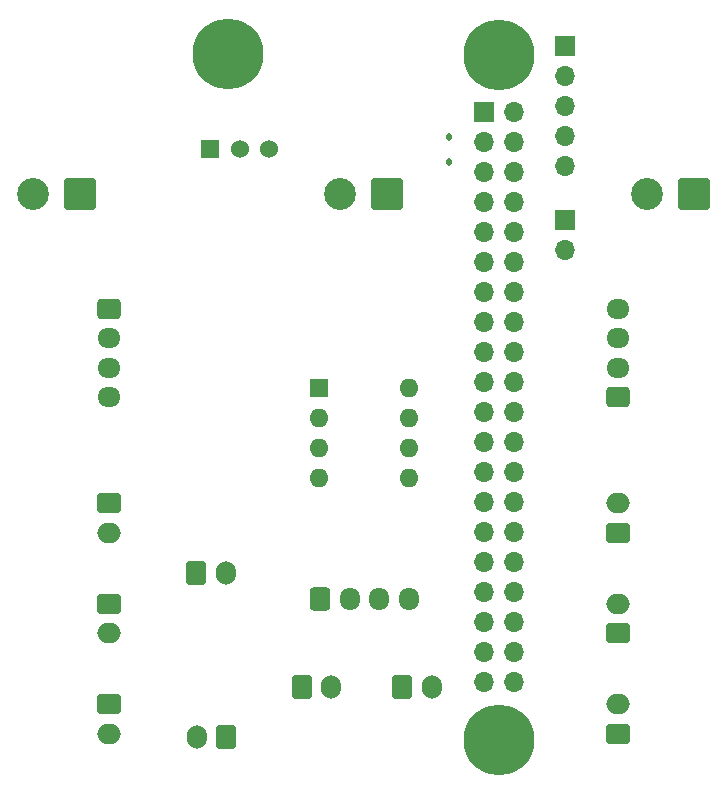
<source format=gbr>
%TF.GenerationSoftware,KiCad,Pcbnew,8.0.4-8.0.4-0~ubuntu22.04.1*%
%TF.CreationDate,2024-09-03T10:52:50+09:00*%
%TF.ProjectId,control_board,636f6e74-726f-46c5-9f62-6f6172642e6b,rev?*%
%TF.SameCoordinates,Original*%
%TF.FileFunction,Soldermask,Bot*%
%TF.FilePolarity,Negative*%
%FSLAX46Y46*%
G04 Gerber Fmt 4.6, Leading zero omitted, Abs format (unit mm)*
G04 Created by KiCad (PCBNEW 8.0.4-8.0.4-0~ubuntu22.04.1) date 2024-09-03 10:52:50*
%MOMM*%
%LPD*%
G01*
G04 APERTURE LIST*
G04 Aperture macros list*
%AMRoundRect*
0 Rectangle with rounded corners*
0 $1 Rounding radius*
0 $2 $3 $4 $5 $6 $7 $8 $9 X,Y pos of 4 corners*
0 Add a 4 corners polygon primitive as box body*
4,1,4,$2,$3,$4,$5,$6,$7,$8,$9,$2,$3,0*
0 Add four circle primitives for the rounded corners*
1,1,$1+$1,$2,$3*
1,1,$1+$1,$4,$5*
1,1,$1+$1,$6,$7*
1,1,$1+$1,$8,$9*
0 Add four rect primitives between the rounded corners*
20,1,$1+$1,$2,$3,$4,$5,0*
20,1,$1+$1,$4,$5,$6,$7,0*
20,1,$1+$1,$6,$7,$8,$9,0*
20,1,$1+$1,$8,$9,$2,$3,0*%
G04 Aperture macros list end*
%ADD10RoundRect,0.250000X0.750000X-0.600000X0.750000X0.600000X-0.750000X0.600000X-0.750000X-0.600000X0*%
%ADD11O,2.000000X1.700000*%
%ADD12RoundRect,0.250000X-0.600000X-0.725000X0.600000X-0.725000X0.600000X0.725000X-0.600000X0.725000X0*%
%ADD13O,1.700000X1.950000*%
%ADD14RoundRect,0.250001X1.099999X1.099999X-1.099999X1.099999X-1.099999X-1.099999X1.099999X-1.099999X0*%
%ADD15C,2.700000*%
%ADD16R,1.700000X1.700000*%
%ADD17O,1.700000X1.700000*%
%ADD18RoundRect,0.250000X-0.750000X0.600000X-0.750000X-0.600000X0.750000X-0.600000X0.750000X0.600000X0*%
%ADD19R,1.600000X1.600000*%
%ADD20O,1.600000X1.600000*%
%ADD21RoundRect,0.250000X0.725000X-0.600000X0.725000X0.600000X-0.725000X0.600000X-0.725000X-0.600000X0*%
%ADD22O,1.950000X1.700000*%
%ADD23R,1.524000X1.524000*%
%ADD24C,1.524000*%
%ADD25RoundRect,0.250000X-0.600000X-0.750000X0.600000X-0.750000X0.600000X0.750000X-0.600000X0.750000X0*%
%ADD26O,1.700000X2.000000*%
%ADD27RoundRect,0.250000X0.600000X0.750000X-0.600000X0.750000X-0.600000X-0.750000X0.600000X-0.750000X0*%
%ADD28RoundRect,0.250000X-0.725000X0.600000X-0.725000X-0.600000X0.725000X-0.600000X0.725000X0.600000X0*%
%ADD29C,6.000000*%
%ADD30RoundRect,0.112500X0.112500X-0.187500X0.112500X0.187500X-0.112500X0.187500X-0.112500X-0.187500X0*%
G04 APERTURE END LIST*
D10*
%TO.C,J2*%
X171550000Y-111500000D03*
D11*
X171550000Y-109000000D03*
%TD*%
D12*
%TO.C,J10*%
X146300000Y-117100000D03*
D13*
X148800000Y-117100000D03*
X151300000Y-117100000D03*
X153800000Y-117100000D03*
%TD*%
D10*
%TO.C,J3*%
X171550000Y-120000000D03*
D11*
X171550000Y-117500000D03*
%TD*%
D14*
%TO.C,J15*%
X125980000Y-82775000D03*
D15*
X122020000Y-82775000D03*
%TD*%
D16*
%TO.C,J18*%
X167000000Y-70240000D03*
D17*
X167000000Y-72780000D03*
X167000000Y-75320000D03*
X167000000Y-77860000D03*
X167000000Y-80400000D03*
%TD*%
D10*
%TO.C,J4*%
X171550000Y-128500000D03*
D11*
X171550000Y-126000000D03*
%TD*%
D18*
%TO.C,J6*%
X128450000Y-117500000D03*
D11*
X128450000Y-120000000D03*
%TD*%
D19*
%TO.C,J20*%
X146200000Y-99210000D03*
D20*
X146200000Y-101750000D03*
X146200000Y-104290000D03*
X146200000Y-106830000D03*
X153820000Y-106830000D03*
X153820000Y-104290000D03*
X153820000Y-101750000D03*
X153820000Y-99210000D03*
%TD*%
D21*
%TO.C,J8*%
X171550000Y-100000000D03*
D22*
X171550000Y-97500000D03*
X171550000Y-95000000D03*
X171550000Y-92500000D03*
%TD*%
D14*
%TO.C,J14*%
X177980000Y-82775000D03*
D15*
X174020000Y-82775000D03*
%TD*%
D23*
%TO.C,SW1*%
X137000000Y-79000000D03*
D24*
X139500000Y-79000000D03*
X142000000Y-79000000D03*
%TD*%
D25*
%TO.C,J16*%
X135800000Y-114900000D03*
D26*
X138300000Y-114900000D03*
%TD*%
D27*
%TO.C,J19*%
X138350000Y-128800000D03*
D26*
X135850000Y-128800000D03*
%TD*%
D18*
%TO.C,J7*%
X128450000Y-126000000D03*
D11*
X128450000Y-128500000D03*
%TD*%
D25*
%TO.C,J11*%
X144750000Y-124500000D03*
D26*
X147250000Y-124500000D03*
%TD*%
D25*
%TO.C,J12*%
X153250000Y-124500000D03*
D26*
X155750000Y-124500000D03*
%TD*%
D16*
%TO.C,J17*%
X167000000Y-84990000D03*
D17*
X167000000Y-87530000D03*
%TD*%
D14*
%TO.C,J13*%
X151980000Y-82775000D03*
D15*
X148020000Y-82775000D03*
%TD*%
D28*
%TO.C,J9*%
X128450000Y-92500000D03*
D22*
X128450000Y-95000000D03*
X128450000Y-97500000D03*
X128450000Y-100000000D03*
%TD*%
D18*
%TO.C,J5*%
X128450000Y-109000000D03*
D11*
X128450000Y-111500000D03*
%TD*%
D29*
%TO.C,J1*%
X161487500Y-71000000D03*
X161487500Y-129000000D03*
X138487500Y-70980000D03*
D16*
X160217500Y-75870000D03*
D17*
X162757500Y-75870000D03*
X160217500Y-78410000D03*
X162757500Y-78410000D03*
X160217500Y-80950000D03*
X162757500Y-80950000D03*
X160217500Y-83490000D03*
X162757500Y-83490000D03*
X160217500Y-86030000D03*
X162757500Y-86030000D03*
X160217500Y-88570000D03*
X162757500Y-88570000D03*
X160217500Y-91110000D03*
X162757500Y-91110000D03*
X160217500Y-93650000D03*
X162757500Y-93650000D03*
X160217500Y-96190000D03*
X162757500Y-96190000D03*
X160217500Y-98730000D03*
X162757500Y-98730000D03*
X160217500Y-101270000D03*
X162757500Y-101270000D03*
X160217500Y-103810000D03*
X162757500Y-103810000D03*
X160217500Y-106350000D03*
X162757500Y-106350000D03*
X160217500Y-108890000D03*
X162757500Y-108890000D03*
X160217500Y-111430000D03*
X162757500Y-111430000D03*
X160217500Y-113970000D03*
X162757500Y-113970000D03*
X160217500Y-116510000D03*
X162757500Y-116510000D03*
X160217500Y-119050000D03*
X162757500Y-119050000D03*
X160217500Y-121590000D03*
X162757500Y-121590000D03*
X160217500Y-124130000D03*
X162757500Y-124130000D03*
%TD*%
D30*
%TO.C,D5*%
X157200000Y-80100000D03*
X157200000Y-78000000D03*
%TD*%
M02*

</source>
